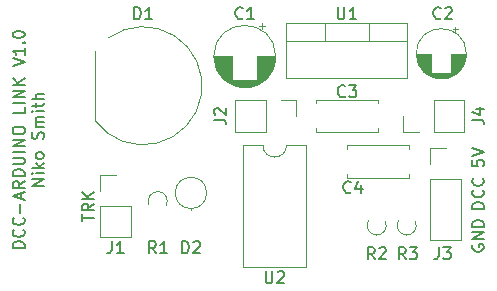
<source format=gto>
%TF.GenerationSoftware,KiCad,Pcbnew,(6.0.0)*%
%TF.CreationDate,2022-01-15T23:56:29+13:00*%
%TF.ProjectId,DCC_PCB,4443435f-5043-4422-9e6b-696361645f70,rev?*%
%TF.SameCoordinates,Original*%
%TF.FileFunction,Legend,Top*%
%TF.FilePolarity,Positive*%
%FSLAX46Y46*%
G04 Gerber Fmt 4.6, Leading zero omitted, Abs format (unit mm)*
G04 Created by KiCad (PCBNEW (6.0.0)) date 2022-01-15 23:56:29*
%MOMM*%
%LPD*%
G01*
G04 APERTURE LIST*
%ADD10C,0.150000*%
%ADD11C,0.120000*%
%ADD12R,1.700000X1.700000*%
%ADD13O,1.700000X1.700000*%
%ADD14C,1.400000*%
%ADD15O,1.400000X1.400000*%
%ADD16R,1.200000X1.200000*%
%ADD17C,1.200000*%
%ADD18C,1.600000*%
%ADD19R,1.600000X1.600000*%
%ADD20O,1.600000X1.600000*%
%ADD21R,1.905000X2.000000*%
%ADD22O,1.905000X2.000000*%
%ADD23R,2.000000X2.000000*%
%ADD24O,2.000000X2.000000*%
G04 APERTURE END LIST*
D10*
X141184380Y-108473714D02*
X141184380Y-107902285D01*
X142184380Y-108188000D02*
X141184380Y-108188000D01*
X142184380Y-106997523D02*
X141708190Y-107330857D01*
X142184380Y-107568952D02*
X141184380Y-107568952D01*
X141184380Y-107188000D01*
X141232000Y-107092761D01*
X141279619Y-107045142D01*
X141374857Y-106997523D01*
X141517714Y-106997523D01*
X141612952Y-107045142D01*
X141660571Y-107092761D01*
X141708190Y-107188000D01*
X141708190Y-107568952D01*
X142184380Y-106568952D02*
X141184380Y-106568952D01*
X142184380Y-105997523D02*
X141612952Y-106426095D01*
X141184380Y-105997523D02*
X141755809Y-106568952D01*
X136299380Y-110766666D02*
X135299380Y-110766666D01*
X135299380Y-110528571D01*
X135347000Y-110385714D01*
X135442238Y-110290476D01*
X135537476Y-110242857D01*
X135727952Y-110195238D01*
X135870809Y-110195238D01*
X136061285Y-110242857D01*
X136156523Y-110290476D01*
X136251761Y-110385714D01*
X136299380Y-110528571D01*
X136299380Y-110766666D01*
X136204142Y-109195238D02*
X136251761Y-109242857D01*
X136299380Y-109385714D01*
X136299380Y-109480952D01*
X136251761Y-109623809D01*
X136156523Y-109719047D01*
X136061285Y-109766666D01*
X135870809Y-109814285D01*
X135727952Y-109814285D01*
X135537476Y-109766666D01*
X135442238Y-109719047D01*
X135347000Y-109623809D01*
X135299380Y-109480952D01*
X135299380Y-109385714D01*
X135347000Y-109242857D01*
X135394619Y-109195238D01*
X136204142Y-108195238D02*
X136251761Y-108242857D01*
X136299380Y-108385714D01*
X136299380Y-108480952D01*
X136251761Y-108623809D01*
X136156523Y-108719047D01*
X136061285Y-108766666D01*
X135870809Y-108814285D01*
X135727952Y-108814285D01*
X135537476Y-108766666D01*
X135442238Y-108719047D01*
X135347000Y-108623809D01*
X135299380Y-108480952D01*
X135299380Y-108385714D01*
X135347000Y-108242857D01*
X135394619Y-108195238D01*
X135918428Y-107766666D02*
X135918428Y-107004761D01*
X136013666Y-106576190D02*
X136013666Y-106100000D01*
X136299380Y-106671428D02*
X135299380Y-106338095D01*
X136299380Y-106004761D01*
X136299380Y-105100000D02*
X135823190Y-105433333D01*
X136299380Y-105671428D02*
X135299380Y-105671428D01*
X135299380Y-105290476D01*
X135347000Y-105195238D01*
X135394619Y-105147619D01*
X135489857Y-105100000D01*
X135632714Y-105100000D01*
X135727952Y-105147619D01*
X135775571Y-105195238D01*
X135823190Y-105290476D01*
X135823190Y-105671428D01*
X136299380Y-104671428D02*
X135299380Y-104671428D01*
X135299380Y-104433333D01*
X135347000Y-104290476D01*
X135442238Y-104195238D01*
X135537476Y-104147619D01*
X135727952Y-104100000D01*
X135870809Y-104100000D01*
X136061285Y-104147619D01*
X136156523Y-104195238D01*
X136251761Y-104290476D01*
X136299380Y-104433333D01*
X136299380Y-104671428D01*
X135299380Y-103671428D02*
X136108904Y-103671428D01*
X136204142Y-103623809D01*
X136251761Y-103576190D01*
X136299380Y-103480952D01*
X136299380Y-103290476D01*
X136251761Y-103195238D01*
X136204142Y-103147619D01*
X136108904Y-103100000D01*
X135299380Y-103100000D01*
X136299380Y-102623809D02*
X135299380Y-102623809D01*
X136299380Y-102147619D02*
X135299380Y-102147619D01*
X136299380Y-101576190D01*
X135299380Y-101576190D01*
X135299380Y-100909523D02*
X135299380Y-100719047D01*
X135347000Y-100623809D01*
X135442238Y-100528571D01*
X135632714Y-100480952D01*
X135966047Y-100480952D01*
X136156523Y-100528571D01*
X136251761Y-100623809D01*
X136299380Y-100719047D01*
X136299380Y-100909523D01*
X136251761Y-101004761D01*
X136156523Y-101100000D01*
X135966047Y-101147619D01*
X135632714Y-101147619D01*
X135442238Y-101100000D01*
X135347000Y-101004761D01*
X135299380Y-100909523D01*
X136299380Y-98814285D02*
X136299380Y-99290476D01*
X135299380Y-99290476D01*
X136299380Y-98480952D02*
X135299380Y-98480952D01*
X136299380Y-98004761D02*
X135299380Y-98004761D01*
X136299380Y-97433333D01*
X135299380Y-97433333D01*
X136299380Y-96957142D02*
X135299380Y-96957142D01*
X136299380Y-96385714D02*
X135727952Y-96814285D01*
X135299380Y-96385714D02*
X135870809Y-96957142D01*
X135299380Y-95338095D02*
X136299380Y-95004761D01*
X135299380Y-94671428D01*
X136299380Y-93814285D02*
X136299380Y-94385714D01*
X136299380Y-94100000D02*
X135299380Y-94100000D01*
X135442238Y-94195238D01*
X135537476Y-94290476D01*
X135585095Y-94385714D01*
X136204142Y-93385714D02*
X136251761Y-93338095D01*
X136299380Y-93385714D01*
X136251761Y-93433333D01*
X136204142Y-93385714D01*
X136299380Y-93385714D01*
X135299380Y-92719047D02*
X135299380Y-92623809D01*
X135347000Y-92528571D01*
X135394619Y-92480952D01*
X135489857Y-92433333D01*
X135680333Y-92385714D01*
X135918428Y-92385714D01*
X136108904Y-92433333D01*
X136204142Y-92480952D01*
X136251761Y-92528571D01*
X136299380Y-92623809D01*
X136299380Y-92719047D01*
X136251761Y-92814285D01*
X136204142Y-92861904D01*
X136108904Y-92909523D01*
X135918428Y-92957142D01*
X135680333Y-92957142D01*
X135489857Y-92909523D01*
X135394619Y-92861904D01*
X135347000Y-92814285D01*
X135299380Y-92719047D01*
X137909380Y-105480952D02*
X136909380Y-105480952D01*
X137909380Y-104909523D01*
X136909380Y-104909523D01*
X137909380Y-104433333D02*
X137242714Y-104433333D01*
X136909380Y-104433333D02*
X136957000Y-104480952D01*
X137004619Y-104433333D01*
X136957000Y-104385714D01*
X136909380Y-104433333D01*
X137004619Y-104433333D01*
X137909380Y-103957142D02*
X136909380Y-103957142D01*
X137528428Y-103861904D02*
X137909380Y-103576190D01*
X137242714Y-103576190D02*
X137623666Y-103957142D01*
X137909380Y-103004761D02*
X137861761Y-103100000D01*
X137814142Y-103147619D01*
X137718904Y-103195238D01*
X137433190Y-103195238D01*
X137337952Y-103147619D01*
X137290333Y-103100000D01*
X137242714Y-103004761D01*
X137242714Y-102861904D01*
X137290333Y-102766666D01*
X137337952Y-102719047D01*
X137433190Y-102671428D01*
X137718904Y-102671428D01*
X137814142Y-102719047D01*
X137861761Y-102766666D01*
X137909380Y-102861904D01*
X137909380Y-103004761D01*
X137861761Y-101528571D02*
X137909380Y-101385714D01*
X137909380Y-101147619D01*
X137861761Y-101052380D01*
X137814142Y-101004761D01*
X137718904Y-100957142D01*
X137623666Y-100957142D01*
X137528428Y-101004761D01*
X137480809Y-101052380D01*
X137433190Y-101147619D01*
X137385571Y-101338095D01*
X137337952Y-101433333D01*
X137290333Y-101480952D01*
X137195095Y-101528571D01*
X137099857Y-101528571D01*
X137004619Y-101480952D01*
X136957000Y-101433333D01*
X136909380Y-101338095D01*
X136909380Y-101100000D01*
X136957000Y-100957142D01*
X137909380Y-100528571D02*
X137242714Y-100528571D01*
X137337952Y-100528571D02*
X137290333Y-100480952D01*
X137242714Y-100385714D01*
X137242714Y-100242857D01*
X137290333Y-100147619D01*
X137385571Y-100100000D01*
X137909380Y-100100000D01*
X137385571Y-100100000D02*
X137290333Y-100052380D01*
X137242714Y-99957142D01*
X137242714Y-99814285D01*
X137290333Y-99719047D01*
X137385571Y-99671428D01*
X137909380Y-99671428D01*
X137909380Y-99195238D02*
X137242714Y-99195238D01*
X136909380Y-99195238D02*
X136957000Y-99242857D01*
X137004619Y-99195238D01*
X136957000Y-99147619D01*
X136909380Y-99195238D01*
X137004619Y-99195238D01*
X137242714Y-98861904D02*
X137242714Y-98480952D01*
X136909380Y-98719047D02*
X137766523Y-98719047D01*
X137861761Y-98671428D01*
X137909380Y-98576190D01*
X137909380Y-98480952D01*
X137909380Y-98147619D02*
X136909380Y-98147619D01*
X137909380Y-97719047D02*
X137385571Y-97719047D01*
X137290333Y-97766666D01*
X137242714Y-97861904D01*
X137242714Y-98004761D01*
X137290333Y-98100000D01*
X137337952Y-98147619D01*
X174204380Y-103314476D02*
X174204380Y-103790666D01*
X174680571Y-103838285D01*
X174632952Y-103790666D01*
X174585333Y-103695428D01*
X174585333Y-103457333D01*
X174632952Y-103362095D01*
X174680571Y-103314476D01*
X174775809Y-103266857D01*
X175013904Y-103266857D01*
X175109142Y-103314476D01*
X175156761Y-103362095D01*
X175204380Y-103457333D01*
X175204380Y-103695428D01*
X175156761Y-103790666D01*
X175109142Y-103838285D01*
X174204380Y-102981142D02*
X175204380Y-102647809D01*
X174204380Y-102314476D01*
X174252000Y-110489904D02*
X174204380Y-110585142D01*
X174204380Y-110728000D01*
X174252000Y-110870857D01*
X174347238Y-110966095D01*
X174442476Y-111013714D01*
X174632952Y-111061333D01*
X174775809Y-111061333D01*
X174966285Y-111013714D01*
X175061523Y-110966095D01*
X175156761Y-110870857D01*
X175204380Y-110728000D01*
X175204380Y-110632761D01*
X175156761Y-110489904D01*
X175109142Y-110442285D01*
X174775809Y-110442285D01*
X174775809Y-110632761D01*
X175204380Y-110013714D02*
X174204380Y-110013714D01*
X175204380Y-109442285D01*
X174204380Y-109442285D01*
X175204380Y-108966095D02*
X174204380Y-108966095D01*
X174204380Y-108728000D01*
X174252000Y-108585142D01*
X174347238Y-108489904D01*
X174442476Y-108442285D01*
X174632952Y-108394666D01*
X174775809Y-108394666D01*
X174966285Y-108442285D01*
X175061523Y-108489904D01*
X175156761Y-108585142D01*
X175204380Y-108728000D01*
X175204380Y-108966095D01*
X175204380Y-107433904D02*
X174204380Y-107433904D01*
X174204380Y-107195809D01*
X174252000Y-107052952D01*
X174347238Y-106957714D01*
X174442476Y-106910095D01*
X174632952Y-106862476D01*
X174775809Y-106862476D01*
X174966285Y-106910095D01*
X175061523Y-106957714D01*
X175156761Y-107052952D01*
X175204380Y-107195809D01*
X175204380Y-107433904D01*
X175109142Y-105862476D02*
X175156761Y-105910095D01*
X175204380Y-106052952D01*
X175204380Y-106148190D01*
X175156761Y-106291047D01*
X175061523Y-106386285D01*
X174966285Y-106433904D01*
X174775809Y-106481523D01*
X174632952Y-106481523D01*
X174442476Y-106433904D01*
X174347238Y-106386285D01*
X174252000Y-106291047D01*
X174204380Y-106148190D01*
X174204380Y-106052952D01*
X174252000Y-105910095D01*
X174299619Y-105862476D01*
X175109142Y-104862476D02*
X175156761Y-104910095D01*
X175204380Y-105052952D01*
X175204380Y-105148190D01*
X175156761Y-105291047D01*
X175061523Y-105386285D01*
X174966285Y-105433904D01*
X174775809Y-105481523D01*
X174632952Y-105481523D01*
X174442476Y-105433904D01*
X174347238Y-105386285D01*
X174252000Y-105291047D01*
X174204380Y-105148190D01*
X174204380Y-105052952D01*
X174252000Y-104910095D01*
X174299619Y-104862476D01*
%TO.C,J4*%
X174204380Y-99901333D02*
X174918666Y-99901333D01*
X175061523Y-99948952D01*
X175156761Y-100044190D01*
X175204380Y-100187047D01*
X175204380Y-100282285D01*
X174537714Y-98996571D02*
X175204380Y-98996571D01*
X174156761Y-99234666D02*
X174871047Y-99472761D01*
X174871047Y-98853714D01*
%TO.C,R2*%
X165949333Y-111704380D02*
X165616000Y-111228190D01*
X165377904Y-111704380D02*
X165377904Y-110704380D01*
X165758857Y-110704380D01*
X165854095Y-110752000D01*
X165901714Y-110799619D01*
X165949333Y-110894857D01*
X165949333Y-111037714D01*
X165901714Y-111132952D01*
X165854095Y-111180571D01*
X165758857Y-111228190D01*
X165377904Y-111228190D01*
X166330285Y-110799619D02*
X166377904Y-110752000D01*
X166473142Y-110704380D01*
X166711238Y-110704380D01*
X166806476Y-110752000D01*
X166854095Y-110799619D01*
X166901714Y-110894857D01*
X166901714Y-110990095D01*
X166854095Y-111132952D01*
X166282666Y-111704380D01*
X166901714Y-111704380D01*
%TO.C,C2*%
X171537333Y-91289142D02*
X171489714Y-91336761D01*
X171346857Y-91384380D01*
X171251619Y-91384380D01*
X171108761Y-91336761D01*
X171013523Y-91241523D01*
X170965904Y-91146285D01*
X170918285Y-90955809D01*
X170918285Y-90812952D01*
X170965904Y-90622476D01*
X171013523Y-90527238D01*
X171108761Y-90432000D01*
X171251619Y-90384380D01*
X171346857Y-90384380D01*
X171489714Y-90432000D01*
X171537333Y-90479619D01*
X171918285Y-90479619D02*
X171965904Y-90432000D01*
X172061142Y-90384380D01*
X172299238Y-90384380D01*
X172394476Y-90432000D01*
X172442095Y-90479619D01*
X172489714Y-90574857D01*
X172489714Y-90670095D01*
X172442095Y-90812952D01*
X171870666Y-91384380D01*
X172489714Y-91384380D01*
%TO.C,C3*%
X163449333Y-97893142D02*
X163401714Y-97940761D01*
X163258857Y-97988380D01*
X163163619Y-97988380D01*
X163020761Y-97940761D01*
X162925523Y-97845523D01*
X162877904Y-97750285D01*
X162830285Y-97559809D01*
X162830285Y-97416952D01*
X162877904Y-97226476D01*
X162925523Y-97131238D01*
X163020761Y-97036000D01*
X163163619Y-96988380D01*
X163258857Y-96988380D01*
X163401714Y-97036000D01*
X163449333Y-97083619D01*
X163782666Y-96988380D02*
X164401714Y-96988380D01*
X164068380Y-97369333D01*
X164211238Y-97369333D01*
X164306476Y-97416952D01*
X164354095Y-97464571D01*
X164401714Y-97559809D01*
X164401714Y-97797904D01*
X164354095Y-97893142D01*
X164306476Y-97940761D01*
X164211238Y-97988380D01*
X163925523Y-97988380D01*
X163830285Y-97940761D01*
X163782666Y-97893142D01*
%TO.C,U2*%
X156718095Y-112736380D02*
X156718095Y-113545904D01*
X156765714Y-113641142D01*
X156813333Y-113688761D01*
X156908571Y-113736380D01*
X157099047Y-113736380D01*
X157194285Y-113688761D01*
X157241904Y-113641142D01*
X157289523Y-113545904D01*
X157289523Y-112736380D01*
X157718095Y-112831619D02*
X157765714Y-112784000D01*
X157860952Y-112736380D01*
X158099047Y-112736380D01*
X158194285Y-112784000D01*
X158241904Y-112831619D01*
X158289523Y-112926857D01*
X158289523Y-113022095D01*
X158241904Y-113164952D01*
X157670476Y-113736380D01*
X158289523Y-113736380D01*
%TO.C,J3*%
X171370666Y-110704380D02*
X171370666Y-111418666D01*
X171323047Y-111561523D01*
X171227809Y-111656761D01*
X171084952Y-111704380D01*
X170989714Y-111704380D01*
X171751619Y-110704380D02*
X172370666Y-110704380D01*
X172037333Y-111085333D01*
X172180190Y-111085333D01*
X172275428Y-111132952D01*
X172323047Y-111180571D01*
X172370666Y-111275809D01*
X172370666Y-111513904D01*
X172323047Y-111609142D01*
X172275428Y-111656761D01*
X172180190Y-111704380D01*
X171894476Y-111704380D01*
X171799238Y-111656761D01*
X171751619Y-111609142D01*
%TO.C,C4*%
X163917333Y-106021142D02*
X163869714Y-106068761D01*
X163726857Y-106116380D01*
X163631619Y-106116380D01*
X163488761Y-106068761D01*
X163393523Y-105973523D01*
X163345904Y-105878285D01*
X163298285Y-105687809D01*
X163298285Y-105544952D01*
X163345904Y-105354476D01*
X163393523Y-105259238D01*
X163488761Y-105164000D01*
X163631619Y-105116380D01*
X163726857Y-105116380D01*
X163869714Y-105164000D01*
X163917333Y-105211619D01*
X164774476Y-105449714D02*
X164774476Y-106116380D01*
X164536380Y-105068761D02*
X164298285Y-105783047D01*
X164917333Y-105783047D01*
%TO.C,D2*%
X149651904Y-111196380D02*
X149651904Y-110196380D01*
X149890000Y-110196380D01*
X150032857Y-110244000D01*
X150128095Y-110339238D01*
X150175714Y-110434476D01*
X150223333Y-110624952D01*
X150223333Y-110767809D01*
X150175714Y-110958285D01*
X150128095Y-111053523D01*
X150032857Y-111148761D01*
X149890000Y-111196380D01*
X149651904Y-111196380D01*
X150604285Y-110291619D02*
X150651904Y-110244000D01*
X150747142Y-110196380D01*
X150985238Y-110196380D01*
X151080476Y-110244000D01*
X151128095Y-110291619D01*
X151175714Y-110386857D01*
X151175714Y-110482095D01*
X151128095Y-110624952D01*
X150556666Y-111196380D01*
X151175714Y-111196380D01*
%TO.C,U1*%
X162814095Y-90384380D02*
X162814095Y-91193904D01*
X162861714Y-91289142D01*
X162909333Y-91336761D01*
X163004571Y-91384380D01*
X163195047Y-91384380D01*
X163290285Y-91336761D01*
X163337904Y-91289142D01*
X163385523Y-91193904D01*
X163385523Y-90384380D01*
X164385523Y-91384380D02*
X163814095Y-91384380D01*
X164099809Y-91384380D02*
X164099809Y-90384380D01*
X164004571Y-90527238D01*
X163909333Y-90622476D01*
X163814095Y-90670095D01*
%TO.C,R1*%
X147429333Y-111196380D02*
X147096000Y-110720190D01*
X146857904Y-111196380D02*
X146857904Y-110196380D01*
X147238857Y-110196380D01*
X147334095Y-110244000D01*
X147381714Y-110291619D01*
X147429333Y-110386857D01*
X147429333Y-110529714D01*
X147381714Y-110624952D01*
X147334095Y-110672571D01*
X147238857Y-110720190D01*
X146857904Y-110720190D01*
X148381714Y-111196380D02*
X147810285Y-111196380D01*
X148096000Y-111196380D02*
X148096000Y-110196380D01*
X148000761Y-110339238D01*
X147905523Y-110434476D01*
X147810285Y-110482095D01*
%TO.C,R3*%
X168569333Y-111704380D02*
X168236000Y-111228190D01*
X167997904Y-111704380D02*
X167997904Y-110704380D01*
X168378857Y-110704380D01*
X168474095Y-110752000D01*
X168521714Y-110799619D01*
X168569333Y-110894857D01*
X168569333Y-111037714D01*
X168521714Y-111132952D01*
X168474095Y-111180571D01*
X168378857Y-111228190D01*
X167997904Y-111228190D01*
X168902666Y-110704380D02*
X169521714Y-110704380D01*
X169188380Y-111085333D01*
X169331238Y-111085333D01*
X169426476Y-111132952D01*
X169474095Y-111180571D01*
X169521714Y-111275809D01*
X169521714Y-111513904D01*
X169474095Y-111609142D01*
X169426476Y-111656761D01*
X169331238Y-111704380D01*
X169045523Y-111704380D01*
X168950285Y-111656761D01*
X168902666Y-111609142D01*
%TO.C,D1*%
X145588904Y-91384380D02*
X145588904Y-90384380D01*
X145827000Y-90384380D01*
X145969857Y-90432000D01*
X146065095Y-90527238D01*
X146112714Y-90622476D01*
X146160333Y-90812952D01*
X146160333Y-90955809D01*
X146112714Y-91146285D01*
X146065095Y-91241523D01*
X145969857Y-91336761D01*
X145827000Y-91384380D01*
X145588904Y-91384380D01*
X147112714Y-91384380D02*
X146541285Y-91384380D01*
X146827000Y-91384380D02*
X146827000Y-90384380D01*
X146731761Y-90527238D01*
X146636523Y-90622476D01*
X146541285Y-90670095D01*
%TO.C,C1*%
X154773333Y-91289142D02*
X154725714Y-91336761D01*
X154582857Y-91384380D01*
X154487619Y-91384380D01*
X154344761Y-91336761D01*
X154249523Y-91241523D01*
X154201904Y-91146285D01*
X154154285Y-90955809D01*
X154154285Y-90812952D01*
X154201904Y-90622476D01*
X154249523Y-90527238D01*
X154344761Y-90432000D01*
X154487619Y-90384380D01*
X154582857Y-90384380D01*
X154725714Y-90432000D01*
X154773333Y-90479619D01*
X155725714Y-91384380D02*
X155154285Y-91384380D01*
X155440000Y-91384380D02*
X155440000Y-90384380D01*
X155344761Y-90527238D01*
X155249523Y-90622476D01*
X155154285Y-90670095D01*
%TO.C,J2*%
X152360380Y-99901333D02*
X153074666Y-99901333D01*
X153217523Y-99948952D01*
X153312761Y-100044190D01*
X153360380Y-100187047D01*
X153360380Y-100282285D01*
X152455619Y-99472761D02*
X152408000Y-99425142D01*
X152360380Y-99329904D01*
X152360380Y-99091809D01*
X152408000Y-98996571D01*
X152455619Y-98948952D01*
X152550857Y-98901333D01*
X152646095Y-98901333D01*
X152788952Y-98948952D01*
X153360380Y-99520380D01*
X153360380Y-98901333D01*
%TO.C,J1*%
X143684666Y-110196380D02*
X143684666Y-110910666D01*
X143637047Y-111053523D01*
X143541809Y-111148761D01*
X143398952Y-111196380D01*
X143303714Y-111196380D01*
X144684666Y-111196380D02*
X144113238Y-111196380D01*
X144398952Y-111196380D02*
X144398952Y-110196380D01*
X144303714Y-110339238D01*
X144208476Y-110434476D01*
X144113238Y-110482095D01*
D11*
%TO.C,J4*%
X173542000Y-100898000D02*
X173542000Y-98238000D01*
X170942000Y-100898000D02*
X173542000Y-100898000D01*
X170942000Y-98238000D02*
X173542000Y-98238000D01*
X170942000Y-100898000D02*
X170942000Y-98238000D01*
X169672000Y-100898000D02*
X168342000Y-100898000D01*
X168342000Y-100898000D02*
X168342000Y-99568000D01*
%TO.C,R2*%
X165416000Y-108437867D02*
G75*
G03*
X166865359Y-108534905I700000J-417133D01*
G01*
%TO.C,C2*%
X170740000Y-95505401D02*
X169872000Y-95505401D01*
X173660000Y-94304401D02*
X172420000Y-94304401D01*
X170740000Y-94704401D02*
X169538000Y-94704401D01*
X170740000Y-95585401D02*
X169930000Y-95585401D01*
X173018000Y-95825401D02*
X172420000Y-95825401D01*
X173132000Y-95705401D02*
X172420000Y-95705401D01*
X170740000Y-95385401D02*
X169795000Y-95385401D01*
X170740000Y-95105401D02*
X169656000Y-95105401D01*
X173315000Y-95465401D02*
X172420000Y-95465401D01*
X173260000Y-95545401D02*
X172420000Y-95545401D01*
X172660000Y-96105401D02*
X170500000Y-96105401D01*
X173365000Y-95385401D02*
X172420000Y-95385401D01*
X170740000Y-95625401D02*
X169961000Y-95625401D01*
X170740000Y-94464401D02*
X169506000Y-94464401D01*
X173230000Y-95585401D02*
X172420000Y-95585401D01*
X170740000Y-94904401D02*
X169586000Y-94904401D01*
X170740000Y-95825401D02*
X170142000Y-95825401D01*
X170740000Y-94344401D02*
X169500000Y-94344401D01*
X170740000Y-95425401D02*
X169820000Y-95425401D01*
X170740000Y-94864401D02*
X169575000Y-94864401D01*
X173534000Y-95025401D02*
X172420000Y-95025401D01*
X172722000Y-96065401D02*
X170438000Y-96065401D01*
X173340000Y-95425401D02*
X172420000Y-95425401D01*
X173657000Y-94424401D02*
X172420000Y-94424401D01*
X170740000Y-95185401D02*
X169691000Y-95185401D01*
X172520000Y-96185401D02*
X170640000Y-96185401D01*
X172439000Y-96225401D02*
X170721000Y-96225401D01*
X170740000Y-94784401D02*
X169555000Y-94784401D01*
X173288000Y-95505401D02*
X172420000Y-95505401D01*
X173058000Y-95785401D02*
X172420000Y-95785401D01*
X172931000Y-95905401D02*
X170229000Y-95905401D01*
X173659000Y-94384401D02*
X172420000Y-94384401D01*
X173504000Y-95105401D02*
X172420000Y-95105401D01*
X172348000Y-96265401D02*
X170812000Y-96265401D01*
X170740000Y-94624401D02*
X169524000Y-94624401D01*
X172884000Y-95945401D02*
X170276000Y-95945401D01*
X173605000Y-94784401D02*
X172420000Y-94784401D01*
X170740000Y-94384401D02*
X169501000Y-94384401D01*
X170740000Y-95265401D02*
X169729000Y-95265401D01*
X173431000Y-95265401D02*
X172420000Y-95265401D01*
X173585000Y-94864401D02*
X172420000Y-94864401D01*
X170740000Y-94744401D02*
X169546000Y-94744401D01*
X170740000Y-95145401D02*
X169673000Y-95145401D01*
X173469000Y-95185401D02*
X172420000Y-95185401D01*
X170740000Y-94944401D02*
X169598000Y-94944401D01*
X173562000Y-94944401D02*
X172420000Y-94944401D01*
X170740000Y-95025401D02*
X169626000Y-95025401D01*
X173630000Y-94664401D02*
X172420000Y-94664401D01*
X170740000Y-95865401D02*
X170184000Y-95865401D01*
X172117000Y-96345401D02*
X171043000Y-96345401D01*
X170740000Y-94664401D02*
X169530000Y-94664401D01*
X173596000Y-94824401D02*
X172420000Y-94824401D01*
X173410000Y-95305401D02*
X172420000Y-95305401D01*
X173574000Y-94904401D02*
X172420000Y-94904401D01*
X173199000Y-95625401D02*
X172420000Y-95625401D01*
X172775000Y-92034600D02*
X172775000Y-92434600D01*
X170740000Y-95465401D02*
X169845000Y-95465401D01*
X170740000Y-95665401D02*
X169993000Y-95665401D01*
X171950000Y-96385401D02*
X171210000Y-96385401D01*
X173450000Y-95225401D02*
X172420000Y-95225401D01*
X173520000Y-95065401D02*
X172420000Y-95065401D01*
X173622000Y-94704401D02*
X172420000Y-94704401D01*
X170740000Y-94824401D02*
X169564000Y-94824401D01*
X173487000Y-95145401D02*
X172420000Y-95145401D01*
X172834000Y-95985401D02*
X170326000Y-95985401D01*
X173654000Y-94464401D02*
X172420000Y-94464401D01*
X170740000Y-94584401D02*
X169518000Y-94584401D01*
X170740000Y-95065401D02*
X169640000Y-95065401D01*
X170740000Y-94984401D02*
X169612000Y-94984401D01*
X173636000Y-94624401D02*
X172420000Y-94624401D01*
X173614000Y-94744401D02*
X172420000Y-94744401D01*
X170740000Y-94504401D02*
X169509000Y-94504401D01*
X170740000Y-94304401D02*
X169500000Y-94304401D01*
X170740000Y-95345401D02*
X169772000Y-95345401D01*
X170740000Y-95305401D02*
X169750000Y-95305401D01*
X173647000Y-94544401D02*
X172420000Y-94544401D01*
X172976000Y-95865401D02*
X172420000Y-95865401D01*
X172780000Y-96025401D02*
X170380000Y-96025401D01*
X173642000Y-94584401D02*
X172420000Y-94584401D01*
X173167000Y-95665401D02*
X172420000Y-95665401D01*
X170740000Y-95745401D02*
X170064000Y-95745401D01*
X170740000Y-95705401D02*
X170028000Y-95705401D01*
X172244000Y-96305401D02*
X170916000Y-96305401D01*
X173388000Y-95345401D02*
X172420000Y-95345401D01*
X173096000Y-95745401D02*
X172420000Y-95745401D01*
X173548000Y-94984401D02*
X172420000Y-94984401D01*
X170740000Y-95785401D02*
X170102000Y-95785401D01*
X172593000Y-96145401D02*
X170567000Y-96145401D01*
X170740000Y-94544401D02*
X169513000Y-94544401D01*
X170740000Y-94424401D02*
X169503000Y-94424401D01*
X170740000Y-95225401D02*
X169710000Y-95225401D01*
X170740000Y-95545401D02*
X169900000Y-95545401D01*
X173651000Y-94504401D02*
X172420000Y-94504401D01*
X172975000Y-92234600D02*
X172575000Y-92234600D01*
X173660000Y-94344401D02*
X172420000Y-94344401D01*
X173700000Y-94304401D02*
G75*
G03*
X173700000Y-94304401I-2120000J0D01*
G01*
%TO.C,C3*%
X166236000Y-98198000D02*
X160996000Y-98198000D01*
X166236000Y-98513000D02*
X166236000Y-98198000D01*
X166236000Y-100938000D02*
X160996000Y-100938000D01*
X160996000Y-98513000D02*
X160996000Y-98198000D01*
X166236000Y-100938000D02*
X166236000Y-100623000D01*
X160996000Y-100938000D02*
X160996000Y-100623000D01*
%TO.C,U2*%
X160130000Y-102058000D02*
X158480000Y-102058000D01*
X154830000Y-112338000D02*
X160130000Y-112338000D01*
X154830000Y-102058000D02*
X154830000Y-112338000D01*
X156480000Y-102058000D02*
X154830000Y-102058000D01*
X160130000Y-112338000D02*
X160130000Y-102058000D01*
X156480000Y-102058000D02*
G75*
G03*
X158480000Y-102058000I1000000J0D01*
G01*
%TO.C,J3*%
X173288000Y-104902000D02*
X173288000Y-110042000D01*
X170628000Y-102302000D02*
X171958000Y-102302000D01*
X170628000Y-104902000D02*
X173288000Y-104902000D01*
X170628000Y-110042000D02*
X173288000Y-110042000D01*
X170628000Y-104902000D02*
X170628000Y-110042000D01*
X170628000Y-103632000D02*
X170628000Y-102302000D01*
%TO.C,C4*%
X163600000Y-102068000D02*
X168840000Y-102068000D01*
X168840000Y-104493000D02*
X168840000Y-104808000D01*
X163600000Y-104493000D02*
X163600000Y-104808000D01*
X163600000Y-102068000D02*
X163600000Y-102383000D01*
X168840000Y-102068000D02*
X168840000Y-102383000D01*
X163600000Y-104808000D02*
X168840000Y-104808000D01*
%TO.C,D2*%
X150390000Y-107421057D02*
X150390000Y-107534686D01*
X151716371Y-106094686D02*
G75*
G03*
X151716371Y-106094686I-1326371J0D01*
G01*
%TO.C,U1*%
X158456000Y-93236000D02*
X168696000Y-93236000D01*
X158456000Y-96367000D02*
X168696000Y-96367000D01*
X165427000Y-91726000D02*
X165427000Y-93236000D01*
X158456000Y-91726000D02*
X158456000Y-96367000D01*
X158456000Y-91726000D02*
X168696000Y-91726000D01*
X168696000Y-91726000D02*
X168696000Y-96367000D01*
X161726000Y-91726000D02*
X161726000Y-93236000D01*
%TO.C,R1*%
X148274000Y-107208133D02*
G75*
G03*
X146824641Y-107111095I-700000J417133D01*
G01*
%TO.C,R3*%
X167956000Y-108437867D02*
G75*
G03*
X169405359Y-108534905I700000J-417133D01*
G01*
%TO.C,D1*%
X142263000Y-94102000D02*
X142263000Y-99944000D01*
X142263000Y-99944000D02*
G75*
G03*
X143406000Y-92959000I4064000J2921000D01*
G01*
%TO.C,C1*%
X157518000Y-94652888D02*
X155980000Y-94652888D01*
X157420000Y-95253888D02*
X155980000Y-95253888D01*
X153900000Y-94972888D02*
X152397000Y-94972888D01*
X153900000Y-94852888D02*
X152379000Y-94852888D01*
X153900000Y-96213888D02*
X152969000Y-96213888D01*
X153900000Y-95293888D02*
X152472000Y-95293888D01*
X153900000Y-94932888D02*
X152390000Y-94932888D01*
X157476000Y-95012888D02*
X155980000Y-95012888D01*
X153900000Y-94612888D02*
X152361000Y-94612888D01*
X156683000Y-96453888D02*
X155980000Y-96453888D01*
X157513000Y-94732888D02*
X155980000Y-94732888D01*
X157305000Y-95573888D02*
X155980000Y-95573888D01*
X156545000Y-96573888D02*
X153335000Y-96573888D01*
X153900000Y-94892888D02*
X152384000Y-94892888D01*
X157460000Y-95092888D02*
X155980000Y-95092888D01*
X156766000Y-96373888D02*
X155980000Y-96373888D01*
X156841000Y-96293888D02*
X155980000Y-96293888D01*
X153900000Y-95733888D02*
X152650000Y-95733888D01*
X157208000Y-95773888D02*
X155980000Y-95773888D01*
X153900000Y-95373888D02*
X152498000Y-95373888D01*
X156593000Y-96533888D02*
X155980000Y-96533888D01*
X156191000Y-96813888D02*
X153689000Y-96813888D01*
X157354000Y-95453888D02*
X155980000Y-95453888D01*
X153900000Y-95212888D02*
X152449000Y-95212888D01*
X153900000Y-96253888D02*
X153003000Y-96253888D01*
X157140000Y-95893888D02*
X155980000Y-95893888D01*
X156804000Y-96333888D02*
X155980000Y-96333888D01*
X156877000Y-96253888D02*
X155980000Y-96253888D01*
X153900000Y-95973888D02*
X152791000Y-95973888D01*
X155458000Y-97093888D02*
X154422000Y-97093888D01*
X157322000Y-95533888D02*
X155980000Y-95533888D01*
X153900000Y-95052888D02*
X152412000Y-95052888D01*
X157089000Y-95973888D02*
X155980000Y-95973888D01*
X157520000Y-94572888D02*
X155980000Y-94572888D01*
X157468000Y-95052888D02*
X155980000Y-95052888D01*
X153900000Y-95653888D02*
X152611000Y-95653888D01*
X157230000Y-95733888D02*
X155980000Y-95733888D01*
X157501000Y-94852888D02*
X155980000Y-94852888D01*
X157431000Y-95212888D02*
X155980000Y-95212888D01*
X156259000Y-96773888D02*
X153621000Y-96773888D01*
X156038000Y-96893888D02*
X153842000Y-96893888D01*
X153900000Y-95613888D02*
X152592000Y-95613888D01*
X156725000Y-96413888D02*
X155980000Y-96413888D01*
X157441000Y-95172888D02*
X155980000Y-95172888D01*
X153900000Y-94532888D02*
X152360000Y-94532888D01*
X153900000Y-96533888D02*
X153287000Y-96533888D01*
X155745000Y-97013888D02*
X154135000Y-97013888D01*
X157269000Y-95653888D02*
X155980000Y-95653888D01*
X153900000Y-95933888D02*
X152765000Y-95933888D01*
X157035000Y-96053888D02*
X155980000Y-96053888D01*
X157164000Y-95853888D02*
X155980000Y-95853888D01*
X153900000Y-95813888D02*
X152693000Y-95813888D01*
X153900000Y-95253888D02*
X152460000Y-95253888D01*
X157187000Y-95813888D02*
X155980000Y-95813888D01*
X153900000Y-96053888D02*
X152845000Y-96053888D01*
X153900000Y-95573888D02*
X152575000Y-95573888D01*
X153900000Y-95333888D02*
X152485000Y-95333888D01*
X155855000Y-96973888D02*
X154025000Y-96973888D01*
X157451000Y-95132888D02*
X155980000Y-95132888D01*
X157490000Y-94932888D02*
X155980000Y-94932888D01*
X153900000Y-95533888D02*
X152558000Y-95533888D01*
X153900000Y-96013888D02*
X152818000Y-96013888D01*
X157520000Y-94532888D02*
X155980000Y-94532888D01*
X157516000Y-94692888D02*
X155980000Y-94692888D01*
X156639000Y-96493888D02*
X155980000Y-96493888D01*
X156911000Y-96213888D02*
X155980000Y-96213888D01*
X153900000Y-96333888D02*
X153076000Y-96333888D01*
X157395000Y-95333888D02*
X155980000Y-95333888D01*
X157483000Y-94972888D02*
X155980000Y-94972888D01*
X153900000Y-96093888D02*
X152875000Y-96093888D01*
X156944000Y-96173888D02*
X155980000Y-96173888D01*
X157505000Y-94812888D02*
X155980000Y-94812888D01*
X156975000Y-96133888D02*
X155980000Y-96133888D01*
X153900000Y-95493888D02*
X152542000Y-95493888D01*
X157496000Y-94892888D02*
X155980000Y-94892888D01*
X153900000Y-96293888D02*
X153039000Y-96293888D01*
X153900000Y-94812888D02*
X152375000Y-94812888D01*
X153900000Y-95773888D02*
X152672000Y-95773888D01*
X153900000Y-95413888D02*
X152512000Y-95413888D01*
X153900000Y-96453888D02*
X153197000Y-96453888D01*
X153900000Y-95172888D02*
X152439000Y-95172888D01*
X156665000Y-91978113D02*
X156165000Y-91978113D01*
X156118000Y-96853888D02*
X153762000Y-96853888D01*
X153900000Y-95693888D02*
X152630000Y-95693888D01*
X157250000Y-95693888D02*
X155980000Y-95693888D01*
X156494000Y-96613888D02*
X153386000Y-96613888D01*
X153900000Y-95893888D02*
X152740000Y-95893888D01*
X153900000Y-95092888D02*
X152420000Y-95092888D01*
X153900000Y-94692888D02*
X152364000Y-94692888D01*
X156440000Y-96653888D02*
X153440000Y-96653888D01*
X153900000Y-95012888D02*
X152404000Y-95012888D01*
X153900000Y-94652888D02*
X152362000Y-94652888D01*
X153900000Y-94772888D02*
X152371000Y-94772888D01*
X153900000Y-96413888D02*
X153155000Y-96413888D01*
X157115000Y-95933888D02*
X155980000Y-95933888D01*
X157519000Y-94612888D02*
X155980000Y-94612888D01*
X157005000Y-96093888D02*
X155980000Y-96093888D01*
X157062000Y-96013888D02*
X155980000Y-96013888D01*
X156323000Y-96733888D02*
X153557000Y-96733888D01*
X157382000Y-95373888D02*
X155980000Y-95373888D01*
X153900000Y-96373888D02*
X153114000Y-96373888D01*
X157338000Y-95493888D02*
X155980000Y-95493888D01*
X153900000Y-96133888D02*
X152905000Y-96133888D01*
X156415000Y-91728113D02*
X156415000Y-92228113D01*
X155224000Y-97133888D02*
X154656000Y-97133888D01*
X157288000Y-95613888D02*
X155980000Y-95613888D01*
X153900000Y-94572888D02*
X152360000Y-94572888D01*
X153900000Y-95132888D02*
X152429000Y-95132888D01*
X156383000Y-96693888D02*
X153497000Y-96693888D01*
X153900000Y-96173888D02*
X152936000Y-96173888D01*
X153900000Y-94732888D02*
X152367000Y-94732888D01*
X155951000Y-96933888D02*
X153929000Y-96933888D01*
X155617000Y-97053888D02*
X154263000Y-97053888D01*
X153900000Y-95453888D02*
X152526000Y-95453888D01*
X157509000Y-94772888D02*
X155980000Y-94772888D01*
X157368000Y-95413888D02*
X155980000Y-95413888D01*
X153900000Y-96493888D02*
X153241000Y-96493888D01*
X153900000Y-95853888D02*
X152716000Y-95853888D01*
X157408000Y-95293888D02*
X155980000Y-95293888D01*
X157560000Y-94532888D02*
G75*
G03*
X157560000Y-94532888I-2620000J0D01*
G01*
%TO.C,J2*%
X159318000Y-98238000D02*
X159318000Y-99568000D01*
X156718000Y-98238000D02*
X156718000Y-100898000D01*
X156718000Y-100898000D02*
X154118000Y-100898000D01*
X156718000Y-98238000D02*
X154118000Y-98238000D01*
X154118000Y-98238000D02*
X154118000Y-100898000D01*
X157988000Y-98238000D02*
X159318000Y-98238000D01*
%TO.C,J1*%
X142688000Y-107188000D02*
X142688000Y-109788000D01*
X142688000Y-104588000D02*
X144018000Y-104588000D01*
X142688000Y-109788000D02*
X145348000Y-109788000D01*
X145348000Y-107188000D02*
X145348000Y-109788000D01*
X142688000Y-105918000D02*
X142688000Y-104588000D01*
X142688000Y-107188000D02*
X145348000Y-107188000D01*
%TD*%
%LPC*%
D12*
%TO.C,J4*%
X169672000Y-99568000D03*
D13*
X172212000Y-99568000D03*
%TD*%
D14*
%TO.C,R2*%
X166116000Y-108855000D03*
D15*
X166116000Y-106955000D03*
%TD*%
D16*
%TO.C,C2*%
X171580000Y-93554401D03*
D17*
X171580000Y-95054401D03*
%TD*%
D18*
%TO.C,C3*%
X166116000Y-99568000D03*
X161116000Y-99568000D03*
%TD*%
D19*
%TO.C,U2*%
X153670000Y-103388000D03*
D20*
X153670000Y-105928000D03*
X153670000Y-108468000D03*
X153670000Y-111008000D03*
X161290000Y-111008000D03*
X161290000Y-108468000D03*
X161290000Y-105928000D03*
X161290000Y-103388000D03*
%TD*%
D12*
%TO.C,J3*%
X171958000Y-103632000D03*
D13*
X171958000Y-106172000D03*
X171958000Y-108712000D03*
%TD*%
D18*
%TO.C,C4*%
X163720000Y-103438000D03*
X168720000Y-103438000D03*
%TD*%
D19*
%TO.C,D2*%
X150390000Y-106094686D03*
D20*
X150390000Y-108634686D03*
%TD*%
D21*
%TO.C,U1*%
X161036000Y-94996000D03*
D22*
X163576000Y-94996000D03*
X166116000Y-94996000D03*
%TD*%
D14*
%TO.C,R1*%
X147574000Y-106791000D03*
D15*
X147574000Y-108691000D03*
%TD*%
D14*
%TO.C,R3*%
X168656000Y-108855000D03*
D15*
X168656000Y-106955000D03*
%TD*%
D23*
%TO.C,D1*%
X143787000Y-94483000D03*
D24*
X143787000Y-99563000D03*
X148867000Y-99563000D03*
X148867000Y-94483000D03*
%TD*%
D19*
%TO.C,C1*%
X154940000Y-93532888D03*
D18*
X154940000Y-95532888D03*
%TD*%
D12*
%TO.C,J2*%
X157988000Y-99568000D03*
D13*
X155448000Y-99568000D03*
%TD*%
D12*
%TO.C,J1*%
X144018000Y-105918000D03*
D13*
X144018000Y-108458000D03*
%TD*%
M02*

</source>
